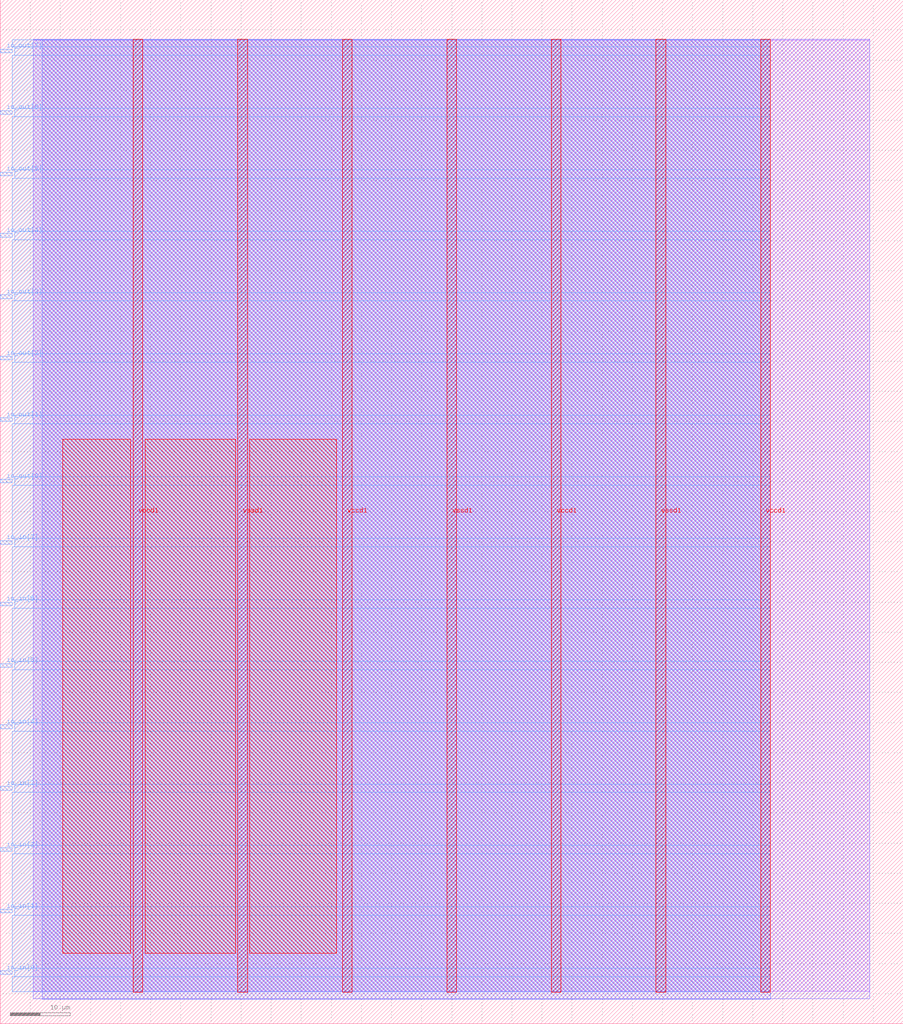
<source format=lef>
VERSION 5.7 ;
  NOWIREEXTENSIONATPIN ON ;
  DIVIDERCHAR "/" ;
  BUSBITCHARS "[]" ;
MACRO user_module_341620484740219475
  CLASS BLOCK ;
  FOREIGN user_module_341620484740219475 ;
  ORIGIN 0.000 0.000 ;
  SIZE 150.000 BY 170.000 ;
  PIN io_in[0]
    DIRECTION INPUT ;
    USE SIGNAL ;
    PORT
      LAYER met3 ;
        RECT 0.000 8.200 2.000 8.800 ;
    END
  END io_in[0]
  PIN io_in[1]
    DIRECTION INPUT ;
    USE SIGNAL ;
    PORT
      LAYER met3 ;
        RECT 0.000 18.400 2.000 19.000 ;
    END
  END io_in[1]
  PIN io_in[2]
    DIRECTION INPUT ;
    USE SIGNAL ;
    PORT
      LAYER met3 ;
        RECT 0.000 28.600 2.000 29.200 ;
    END
  END io_in[2]
  PIN io_in[3]
    DIRECTION INPUT ;
    USE SIGNAL ;
    PORT
      LAYER met3 ;
        RECT 0.000 38.800 2.000 39.400 ;
    END
  END io_in[3]
  PIN io_in[4]
    DIRECTION INPUT ;
    USE SIGNAL ;
    PORT
      LAYER met3 ;
        RECT 0.000 49.000 2.000 49.600 ;
    END
  END io_in[4]
  PIN io_in[5]
    DIRECTION INPUT ;
    USE SIGNAL ;
    PORT
      LAYER met3 ;
        RECT 0.000 59.200 2.000 59.800 ;
    END
  END io_in[5]
  PIN io_in[6]
    DIRECTION INPUT ;
    USE SIGNAL ;
    PORT
      LAYER met3 ;
        RECT 0.000 69.400 2.000 70.000 ;
    END
  END io_in[6]
  PIN io_in[7]
    DIRECTION INPUT ;
    USE SIGNAL ;
    PORT
      LAYER met3 ;
        RECT 0.000 79.600 2.000 80.200 ;
    END
  END io_in[7]
  PIN io_out[0]
    DIRECTION OUTPUT TRISTATE ;
    USE SIGNAL ;
    PORT
      LAYER met3 ;
        RECT 0.000 89.800 2.000 90.400 ;
    END
  END io_out[0]
  PIN io_out[1]
    DIRECTION OUTPUT TRISTATE ;
    USE SIGNAL ;
    PORT
      LAYER met3 ;
        RECT 0.000 100.000 2.000 100.600 ;
    END
  END io_out[1]
  PIN io_out[2]
    DIRECTION OUTPUT TRISTATE ;
    USE SIGNAL ;
    PORT
      LAYER met3 ;
        RECT 0.000 110.200 2.000 110.800 ;
    END
  END io_out[2]
  PIN io_out[3]
    DIRECTION OUTPUT TRISTATE ;
    USE SIGNAL ;
    PORT
      LAYER met3 ;
        RECT 0.000 120.400 2.000 121.000 ;
    END
  END io_out[3]
  PIN io_out[4]
    DIRECTION OUTPUT TRISTATE ;
    USE SIGNAL ;
    PORT
      LAYER met3 ;
        RECT 0.000 130.600 2.000 131.200 ;
    END
  END io_out[4]
  PIN io_out[5]
    DIRECTION OUTPUT TRISTATE ;
    USE SIGNAL ;
    PORT
      LAYER met3 ;
        RECT 0.000 140.800 2.000 141.400 ;
    END
  END io_out[5]
  PIN io_out[6]
    DIRECTION OUTPUT TRISTATE ;
    USE SIGNAL ;
    PORT
      LAYER met3 ;
        RECT 0.000 151.000 2.000 151.600 ;
    END
  END io_out[6]
  PIN io_out[7]
    DIRECTION OUTPUT TRISTATE ;
    USE SIGNAL ;
    PORT
      LAYER met3 ;
        RECT 0.000 161.200 2.000 161.800 ;
    END
  END io_out[7]
  PIN vccd1
    DIRECTION INOUT ;
    USE POWER ;
    PORT
      LAYER met4 ;
        RECT 22.090 5.200 23.690 163.440 ;
    END
    PORT
      LAYER met4 ;
        RECT 56.830 5.200 58.430 163.440 ;
    END
    PORT
      LAYER met4 ;
        RECT 91.570 5.200 93.170 163.440 ;
    END
    PORT
      LAYER met4 ;
        RECT 126.310 5.200 127.910 163.440 ;
    END
  END vccd1
  PIN vssd1
    DIRECTION INOUT ;
    USE GROUND ;
    PORT
      LAYER met4 ;
        RECT 39.460 5.200 41.060 163.440 ;
    END
    PORT
      LAYER met4 ;
        RECT 74.200 5.200 75.800 163.440 ;
    END
    PORT
      LAYER met4 ;
        RECT 108.940 5.200 110.540 163.440 ;
    END
  END vssd1
  OBS
      LAYER li1 ;
        RECT 5.520 5.355 144.440 163.285 ;
      LAYER met1 ;
        RECT 5.520 4.120 144.440 163.440 ;
      LAYER met2 ;
        RECT 6.990 4.090 127.880 163.385 ;
      LAYER met3 ;
        RECT 2.000 162.200 127.900 163.365 ;
        RECT 2.400 160.800 127.900 162.200 ;
        RECT 2.000 152.000 127.900 160.800 ;
        RECT 2.400 150.600 127.900 152.000 ;
        RECT 2.000 141.800 127.900 150.600 ;
        RECT 2.400 140.400 127.900 141.800 ;
        RECT 2.000 131.600 127.900 140.400 ;
        RECT 2.400 130.200 127.900 131.600 ;
        RECT 2.000 121.400 127.900 130.200 ;
        RECT 2.400 120.000 127.900 121.400 ;
        RECT 2.000 111.200 127.900 120.000 ;
        RECT 2.400 109.800 127.900 111.200 ;
        RECT 2.000 101.000 127.900 109.800 ;
        RECT 2.400 99.600 127.900 101.000 ;
        RECT 2.000 90.800 127.900 99.600 ;
        RECT 2.400 89.400 127.900 90.800 ;
        RECT 2.000 80.600 127.900 89.400 ;
        RECT 2.400 79.200 127.900 80.600 ;
        RECT 2.000 70.400 127.900 79.200 ;
        RECT 2.400 69.000 127.900 70.400 ;
        RECT 2.000 60.200 127.900 69.000 ;
        RECT 2.400 58.800 127.900 60.200 ;
        RECT 2.000 50.000 127.900 58.800 ;
        RECT 2.400 48.600 127.900 50.000 ;
        RECT 2.000 39.800 127.900 48.600 ;
        RECT 2.400 38.400 127.900 39.800 ;
        RECT 2.000 29.600 127.900 38.400 ;
        RECT 2.400 28.200 127.900 29.600 ;
        RECT 2.000 19.400 127.900 28.200 ;
        RECT 2.400 18.000 127.900 19.400 ;
        RECT 2.000 9.200 127.900 18.000 ;
        RECT 2.400 7.800 127.900 9.200 ;
        RECT 2.000 5.275 127.900 7.800 ;
      LAYER met4 ;
        RECT 10.415 11.735 21.690 97.065 ;
        RECT 24.090 11.735 39.060 97.065 ;
        RECT 41.460 11.735 55.825 97.065 ;
  END
END user_module_341620484740219475
END LIBRARY


</source>
